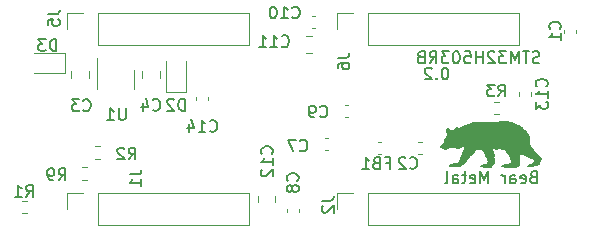
<source format=gbr>
%TF.GenerationSoftware,KiCad,Pcbnew,7.0.2*%
%TF.CreationDate,2023-05-12T00:45:21-04:00*%
%TF.ProjectId,H503-0.2,48353033-2d30-42e3-922e-6b696361645f,rev?*%
%TF.SameCoordinates,Original*%
%TF.FileFunction,Legend,Bot*%
%TF.FilePolarity,Positive*%
%FSLAX46Y46*%
G04 Gerber Fmt 4.6, Leading zero omitted, Abs format (unit mm)*
G04 Created by KiCad (PCBNEW 7.0.2) date 2023-05-12 00:45:21*
%MOMM*%
%LPD*%
G01*
G04 APERTURE LIST*
%ADD10C,0.150000*%
%ADD11C,0.120000*%
G04 APERTURE END LIST*
D10*
X104346428Y-51527619D02*
X104251190Y-51527619D01*
X104251190Y-51527619D02*
X104155952Y-51575238D01*
X104155952Y-51575238D02*
X104108333Y-51622857D01*
X104108333Y-51622857D02*
X104060714Y-51718095D01*
X104060714Y-51718095D02*
X104013095Y-51908571D01*
X104013095Y-51908571D02*
X104013095Y-52146666D01*
X104013095Y-52146666D02*
X104060714Y-52337142D01*
X104060714Y-52337142D02*
X104108333Y-52432380D01*
X104108333Y-52432380D02*
X104155952Y-52480000D01*
X104155952Y-52480000D02*
X104251190Y-52527619D01*
X104251190Y-52527619D02*
X104346428Y-52527619D01*
X104346428Y-52527619D02*
X104441666Y-52480000D01*
X104441666Y-52480000D02*
X104489285Y-52432380D01*
X104489285Y-52432380D02*
X104536904Y-52337142D01*
X104536904Y-52337142D02*
X104584523Y-52146666D01*
X104584523Y-52146666D02*
X104584523Y-51908571D01*
X104584523Y-51908571D02*
X104536904Y-51718095D01*
X104536904Y-51718095D02*
X104489285Y-51622857D01*
X104489285Y-51622857D02*
X104441666Y-51575238D01*
X104441666Y-51575238D02*
X104346428Y-51527619D01*
X103584523Y-52432380D02*
X103536904Y-52480000D01*
X103536904Y-52480000D02*
X103584523Y-52527619D01*
X103584523Y-52527619D02*
X103632142Y-52480000D01*
X103632142Y-52480000D02*
X103584523Y-52432380D01*
X103584523Y-52432380D02*
X103584523Y-52527619D01*
X103155952Y-51622857D02*
X103108333Y-51575238D01*
X103108333Y-51575238D02*
X103013095Y-51527619D01*
X103013095Y-51527619D02*
X102775000Y-51527619D01*
X102775000Y-51527619D02*
X102679762Y-51575238D01*
X102679762Y-51575238D02*
X102632143Y-51622857D01*
X102632143Y-51622857D02*
X102584524Y-51718095D01*
X102584524Y-51718095D02*
X102584524Y-51813333D01*
X102584524Y-51813333D02*
X102632143Y-51956190D01*
X102632143Y-51956190D02*
X103203571Y-52527619D01*
X103203571Y-52527619D02*
X102584524Y-52527619D01*
X112289523Y-51090000D02*
X112146666Y-51137619D01*
X112146666Y-51137619D02*
X111908571Y-51137619D01*
X111908571Y-51137619D02*
X111813333Y-51090000D01*
X111813333Y-51090000D02*
X111765714Y-51042380D01*
X111765714Y-51042380D02*
X111718095Y-50947142D01*
X111718095Y-50947142D02*
X111718095Y-50851904D01*
X111718095Y-50851904D02*
X111765714Y-50756666D01*
X111765714Y-50756666D02*
X111813333Y-50709047D01*
X111813333Y-50709047D02*
X111908571Y-50661428D01*
X111908571Y-50661428D02*
X112099047Y-50613809D01*
X112099047Y-50613809D02*
X112194285Y-50566190D01*
X112194285Y-50566190D02*
X112241904Y-50518571D01*
X112241904Y-50518571D02*
X112289523Y-50423333D01*
X112289523Y-50423333D02*
X112289523Y-50328095D01*
X112289523Y-50328095D02*
X112241904Y-50232857D01*
X112241904Y-50232857D02*
X112194285Y-50185238D01*
X112194285Y-50185238D02*
X112099047Y-50137619D01*
X112099047Y-50137619D02*
X111860952Y-50137619D01*
X111860952Y-50137619D02*
X111718095Y-50185238D01*
X111432380Y-50137619D02*
X110860952Y-50137619D01*
X111146666Y-51137619D02*
X111146666Y-50137619D01*
X110527618Y-51137619D02*
X110527618Y-50137619D01*
X110527618Y-50137619D02*
X110194285Y-50851904D01*
X110194285Y-50851904D02*
X109860952Y-50137619D01*
X109860952Y-50137619D02*
X109860952Y-51137619D01*
X109479999Y-50137619D02*
X108860952Y-50137619D01*
X108860952Y-50137619D02*
X109194285Y-50518571D01*
X109194285Y-50518571D02*
X109051428Y-50518571D01*
X109051428Y-50518571D02*
X108956190Y-50566190D01*
X108956190Y-50566190D02*
X108908571Y-50613809D01*
X108908571Y-50613809D02*
X108860952Y-50709047D01*
X108860952Y-50709047D02*
X108860952Y-50947142D01*
X108860952Y-50947142D02*
X108908571Y-51042380D01*
X108908571Y-51042380D02*
X108956190Y-51090000D01*
X108956190Y-51090000D02*
X109051428Y-51137619D01*
X109051428Y-51137619D02*
X109337142Y-51137619D01*
X109337142Y-51137619D02*
X109432380Y-51090000D01*
X109432380Y-51090000D02*
X109479999Y-51042380D01*
X108479999Y-50232857D02*
X108432380Y-50185238D01*
X108432380Y-50185238D02*
X108337142Y-50137619D01*
X108337142Y-50137619D02*
X108099047Y-50137619D01*
X108099047Y-50137619D02*
X108003809Y-50185238D01*
X108003809Y-50185238D02*
X107956190Y-50232857D01*
X107956190Y-50232857D02*
X107908571Y-50328095D01*
X107908571Y-50328095D02*
X107908571Y-50423333D01*
X107908571Y-50423333D02*
X107956190Y-50566190D01*
X107956190Y-50566190D02*
X108527618Y-51137619D01*
X108527618Y-51137619D02*
X107908571Y-51137619D01*
X107479999Y-51137619D02*
X107479999Y-50137619D01*
X107479999Y-50613809D02*
X106908571Y-50613809D01*
X106908571Y-51137619D02*
X106908571Y-50137619D01*
X105956190Y-50137619D02*
X106432380Y-50137619D01*
X106432380Y-50137619D02*
X106479999Y-50613809D01*
X106479999Y-50613809D02*
X106432380Y-50566190D01*
X106432380Y-50566190D02*
X106337142Y-50518571D01*
X106337142Y-50518571D02*
X106099047Y-50518571D01*
X106099047Y-50518571D02*
X106003809Y-50566190D01*
X106003809Y-50566190D02*
X105956190Y-50613809D01*
X105956190Y-50613809D02*
X105908571Y-50709047D01*
X105908571Y-50709047D02*
X105908571Y-50947142D01*
X105908571Y-50947142D02*
X105956190Y-51042380D01*
X105956190Y-51042380D02*
X106003809Y-51090000D01*
X106003809Y-51090000D02*
X106099047Y-51137619D01*
X106099047Y-51137619D02*
X106337142Y-51137619D01*
X106337142Y-51137619D02*
X106432380Y-51090000D01*
X106432380Y-51090000D02*
X106479999Y-51042380D01*
X105289523Y-50137619D02*
X105194285Y-50137619D01*
X105194285Y-50137619D02*
X105099047Y-50185238D01*
X105099047Y-50185238D02*
X105051428Y-50232857D01*
X105051428Y-50232857D02*
X105003809Y-50328095D01*
X105003809Y-50328095D02*
X104956190Y-50518571D01*
X104956190Y-50518571D02*
X104956190Y-50756666D01*
X104956190Y-50756666D02*
X105003809Y-50947142D01*
X105003809Y-50947142D02*
X105051428Y-51042380D01*
X105051428Y-51042380D02*
X105099047Y-51090000D01*
X105099047Y-51090000D02*
X105194285Y-51137619D01*
X105194285Y-51137619D02*
X105289523Y-51137619D01*
X105289523Y-51137619D02*
X105384761Y-51090000D01*
X105384761Y-51090000D02*
X105432380Y-51042380D01*
X105432380Y-51042380D02*
X105479999Y-50947142D01*
X105479999Y-50947142D02*
X105527618Y-50756666D01*
X105527618Y-50756666D02*
X105527618Y-50518571D01*
X105527618Y-50518571D02*
X105479999Y-50328095D01*
X105479999Y-50328095D02*
X105432380Y-50232857D01*
X105432380Y-50232857D02*
X105384761Y-50185238D01*
X105384761Y-50185238D02*
X105289523Y-50137619D01*
X104622856Y-50137619D02*
X104003809Y-50137619D01*
X104003809Y-50137619D02*
X104337142Y-50518571D01*
X104337142Y-50518571D02*
X104194285Y-50518571D01*
X104194285Y-50518571D02*
X104099047Y-50566190D01*
X104099047Y-50566190D02*
X104051428Y-50613809D01*
X104051428Y-50613809D02*
X104003809Y-50709047D01*
X104003809Y-50709047D02*
X104003809Y-50947142D01*
X104003809Y-50947142D02*
X104051428Y-51042380D01*
X104051428Y-51042380D02*
X104099047Y-51090000D01*
X104099047Y-51090000D02*
X104194285Y-51137619D01*
X104194285Y-51137619D02*
X104479999Y-51137619D01*
X104479999Y-51137619D02*
X104575237Y-51090000D01*
X104575237Y-51090000D02*
X104622856Y-51042380D01*
X103003809Y-51137619D02*
X103337142Y-50661428D01*
X103575237Y-51137619D02*
X103575237Y-50137619D01*
X103575237Y-50137619D02*
X103194285Y-50137619D01*
X103194285Y-50137619D02*
X103099047Y-50185238D01*
X103099047Y-50185238D02*
X103051428Y-50232857D01*
X103051428Y-50232857D02*
X103003809Y-50328095D01*
X103003809Y-50328095D02*
X103003809Y-50470952D01*
X103003809Y-50470952D02*
X103051428Y-50566190D01*
X103051428Y-50566190D02*
X103099047Y-50613809D01*
X103099047Y-50613809D02*
X103194285Y-50661428D01*
X103194285Y-50661428D02*
X103575237Y-50661428D01*
X102241904Y-50613809D02*
X102099047Y-50661428D01*
X102099047Y-50661428D02*
X102051428Y-50709047D01*
X102051428Y-50709047D02*
X102003809Y-50804285D01*
X102003809Y-50804285D02*
X102003809Y-50947142D01*
X102003809Y-50947142D02*
X102051428Y-51042380D01*
X102051428Y-51042380D02*
X102099047Y-51090000D01*
X102099047Y-51090000D02*
X102194285Y-51137619D01*
X102194285Y-51137619D02*
X102575237Y-51137619D01*
X102575237Y-51137619D02*
X102575237Y-50137619D01*
X102575237Y-50137619D02*
X102241904Y-50137619D01*
X102241904Y-50137619D02*
X102146666Y-50185238D01*
X102146666Y-50185238D02*
X102099047Y-50232857D01*
X102099047Y-50232857D02*
X102051428Y-50328095D01*
X102051428Y-50328095D02*
X102051428Y-50423333D01*
X102051428Y-50423333D02*
X102099047Y-50518571D01*
X102099047Y-50518571D02*
X102146666Y-50566190D01*
X102146666Y-50566190D02*
X102241904Y-50613809D01*
X102241904Y-50613809D02*
X102575237Y-50613809D01*
X111768571Y-60773809D02*
X111625714Y-60821428D01*
X111625714Y-60821428D02*
X111578095Y-60869047D01*
X111578095Y-60869047D02*
X111530476Y-60964285D01*
X111530476Y-60964285D02*
X111530476Y-61107142D01*
X111530476Y-61107142D02*
X111578095Y-61202380D01*
X111578095Y-61202380D02*
X111625714Y-61250000D01*
X111625714Y-61250000D02*
X111720952Y-61297619D01*
X111720952Y-61297619D02*
X112101904Y-61297619D01*
X112101904Y-61297619D02*
X112101904Y-60297619D01*
X112101904Y-60297619D02*
X111768571Y-60297619D01*
X111768571Y-60297619D02*
X111673333Y-60345238D01*
X111673333Y-60345238D02*
X111625714Y-60392857D01*
X111625714Y-60392857D02*
X111578095Y-60488095D01*
X111578095Y-60488095D02*
X111578095Y-60583333D01*
X111578095Y-60583333D02*
X111625714Y-60678571D01*
X111625714Y-60678571D02*
X111673333Y-60726190D01*
X111673333Y-60726190D02*
X111768571Y-60773809D01*
X111768571Y-60773809D02*
X112101904Y-60773809D01*
X110720952Y-61250000D02*
X110816190Y-61297619D01*
X110816190Y-61297619D02*
X111006666Y-61297619D01*
X111006666Y-61297619D02*
X111101904Y-61250000D01*
X111101904Y-61250000D02*
X111149523Y-61154761D01*
X111149523Y-61154761D02*
X111149523Y-60773809D01*
X111149523Y-60773809D02*
X111101904Y-60678571D01*
X111101904Y-60678571D02*
X111006666Y-60630952D01*
X111006666Y-60630952D02*
X110816190Y-60630952D01*
X110816190Y-60630952D02*
X110720952Y-60678571D01*
X110720952Y-60678571D02*
X110673333Y-60773809D01*
X110673333Y-60773809D02*
X110673333Y-60869047D01*
X110673333Y-60869047D02*
X111149523Y-60964285D01*
X109816190Y-61297619D02*
X109816190Y-60773809D01*
X109816190Y-60773809D02*
X109863809Y-60678571D01*
X109863809Y-60678571D02*
X109959047Y-60630952D01*
X109959047Y-60630952D02*
X110149523Y-60630952D01*
X110149523Y-60630952D02*
X110244761Y-60678571D01*
X109816190Y-61250000D02*
X109911428Y-61297619D01*
X109911428Y-61297619D02*
X110149523Y-61297619D01*
X110149523Y-61297619D02*
X110244761Y-61250000D01*
X110244761Y-61250000D02*
X110292380Y-61154761D01*
X110292380Y-61154761D02*
X110292380Y-61059523D01*
X110292380Y-61059523D02*
X110244761Y-60964285D01*
X110244761Y-60964285D02*
X110149523Y-60916666D01*
X110149523Y-60916666D02*
X109911428Y-60916666D01*
X109911428Y-60916666D02*
X109816190Y-60869047D01*
X109339999Y-61297619D02*
X109339999Y-60630952D01*
X109339999Y-60821428D02*
X109292380Y-60726190D01*
X109292380Y-60726190D02*
X109244761Y-60678571D01*
X109244761Y-60678571D02*
X109149523Y-60630952D01*
X109149523Y-60630952D02*
X109054285Y-60630952D01*
X107959046Y-61297619D02*
X107959046Y-60297619D01*
X107959046Y-60297619D02*
X107625713Y-61011904D01*
X107625713Y-61011904D02*
X107292380Y-60297619D01*
X107292380Y-60297619D02*
X107292380Y-61297619D01*
X106435237Y-61250000D02*
X106530475Y-61297619D01*
X106530475Y-61297619D02*
X106720951Y-61297619D01*
X106720951Y-61297619D02*
X106816189Y-61250000D01*
X106816189Y-61250000D02*
X106863808Y-61154761D01*
X106863808Y-61154761D02*
X106863808Y-60773809D01*
X106863808Y-60773809D02*
X106816189Y-60678571D01*
X106816189Y-60678571D02*
X106720951Y-60630952D01*
X106720951Y-60630952D02*
X106530475Y-60630952D01*
X106530475Y-60630952D02*
X106435237Y-60678571D01*
X106435237Y-60678571D02*
X106387618Y-60773809D01*
X106387618Y-60773809D02*
X106387618Y-60869047D01*
X106387618Y-60869047D02*
X106863808Y-60964285D01*
X106101903Y-60630952D02*
X105720951Y-60630952D01*
X105959046Y-60297619D02*
X105959046Y-61154761D01*
X105959046Y-61154761D02*
X105911427Y-61250000D01*
X105911427Y-61250000D02*
X105816189Y-61297619D01*
X105816189Y-61297619D02*
X105720951Y-61297619D01*
X104959046Y-61297619D02*
X104959046Y-60773809D01*
X104959046Y-60773809D02*
X105006665Y-60678571D01*
X105006665Y-60678571D02*
X105101903Y-60630952D01*
X105101903Y-60630952D02*
X105292379Y-60630952D01*
X105292379Y-60630952D02*
X105387617Y-60678571D01*
X104959046Y-61250000D02*
X105054284Y-61297619D01*
X105054284Y-61297619D02*
X105292379Y-61297619D01*
X105292379Y-61297619D02*
X105387617Y-61250000D01*
X105387617Y-61250000D02*
X105435236Y-61154761D01*
X105435236Y-61154761D02*
X105435236Y-61059523D01*
X105435236Y-61059523D02*
X105387617Y-60964285D01*
X105387617Y-60964285D02*
X105292379Y-60916666D01*
X105292379Y-60916666D02*
X105054284Y-60916666D01*
X105054284Y-60916666D02*
X104959046Y-60869047D01*
X104339998Y-61297619D02*
X104435236Y-61250000D01*
X104435236Y-61250000D02*
X104482855Y-61154761D01*
X104482855Y-61154761D02*
X104482855Y-60297619D01*
%TO.C,C10*%
X91367857Y-47267380D02*
X91415476Y-47315000D01*
X91415476Y-47315000D02*
X91558333Y-47362619D01*
X91558333Y-47362619D02*
X91653571Y-47362619D01*
X91653571Y-47362619D02*
X91796428Y-47315000D01*
X91796428Y-47315000D02*
X91891666Y-47219761D01*
X91891666Y-47219761D02*
X91939285Y-47124523D01*
X91939285Y-47124523D02*
X91986904Y-46934047D01*
X91986904Y-46934047D02*
X91986904Y-46791190D01*
X91986904Y-46791190D02*
X91939285Y-46600714D01*
X91939285Y-46600714D02*
X91891666Y-46505476D01*
X91891666Y-46505476D02*
X91796428Y-46410238D01*
X91796428Y-46410238D02*
X91653571Y-46362619D01*
X91653571Y-46362619D02*
X91558333Y-46362619D01*
X91558333Y-46362619D02*
X91415476Y-46410238D01*
X91415476Y-46410238D02*
X91367857Y-46457857D01*
X90415476Y-47362619D02*
X90986904Y-47362619D01*
X90701190Y-47362619D02*
X90701190Y-46362619D01*
X90701190Y-46362619D02*
X90796428Y-46505476D01*
X90796428Y-46505476D02*
X90891666Y-46600714D01*
X90891666Y-46600714D02*
X90986904Y-46648333D01*
X89796428Y-46362619D02*
X89701190Y-46362619D01*
X89701190Y-46362619D02*
X89605952Y-46410238D01*
X89605952Y-46410238D02*
X89558333Y-46457857D01*
X89558333Y-46457857D02*
X89510714Y-46553095D01*
X89510714Y-46553095D02*
X89463095Y-46743571D01*
X89463095Y-46743571D02*
X89463095Y-46981666D01*
X89463095Y-46981666D02*
X89510714Y-47172142D01*
X89510714Y-47172142D02*
X89558333Y-47267380D01*
X89558333Y-47267380D02*
X89605952Y-47315000D01*
X89605952Y-47315000D02*
X89701190Y-47362619D01*
X89701190Y-47362619D02*
X89796428Y-47362619D01*
X89796428Y-47362619D02*
X89891666Y-47315000D01*
X89891666Y-47315000D02*
X89939285Y-47267380D01*
X89939285Y-47267380D02*
X89986904Y-47172142D01*
X89986904Y-47172142D02*
X90034523Y-46981666D01*
X90034523Y-46981666D02*
X90034523Y-46743571D01*
X90034523Y-46743571D02*
X89986904Y-46553095D01*
X89986904Y-46553095D02*
X89939285Y-46457857D01*
X89939285Y-46457857D02*
X89891666Y-46410238D01*
X89891666Y-46410238D02*
X89796428Y-46362619D01*
%TO.C,U1*%
X77261904Y-54962619D02*
X77261904Y-55772142D01*
X77261904Y-55772142D02*
X77214285Y-55867380D01*
X77214285Y-55867380D02*
X77166666Y-55915000D01*
X77166666Y-55915000D02*
X77071428Y-55962619D01*
X77071428Y-55962619D02*
X76880952Y-55962619D01*
X76880952Y-55962619D02*
X76785714Y-55915000D01*
X76785714Y-55915000D02*
X76738095Y-55867380D01*
X76738095Y-55867380D02*
X76690476Y-55772142D01*
X76690476Y-55772142D02*
X76690476Y-54962619D01*
X75690476Y-55962619D02*
X76261904Y-55962619D01*
X75976190Y-55962619D02*
X75976190Y-54962619D01*
X75976190Y-54962619D02*
X76071428Y-55105476D01*
X76071428Y-55105476D02*
X76166666Y-55200714D01*
X76166666Y-55200714D02*
X76261904Y-55248333D01*
%TO.C,C14*%
X84392857Y-56867380D02*
X84440476Y-56915000D01*
X84440476Y-56915000D02*
X84583333Y-56962619D01*
X84583333Y-56962619D02*
X84678571Y-56962619D01*
X84678571Y-56962619D02*
X84821428Y-56915000D01*
X84821428Y-56915000D02*
X84916666Y-56819761D01*
X84916666Y-56819761D02*
X84964285Y-56724523D01*
X84964285Y-56724523D02*
X85011904Y-56534047D01*
X85011904Y-56534047D02*
X85011904Y-56391190D01*
X85011904Y-56391190D02*
X84964285Y-56200714D01*
X84964285Y-56200714D02*
X84916666Y-56105476D01*
X84916666Y-56105476D02*
X84821428Y-56010238D01*
X84821428Y-56010238D02*
X84678571Y-55962619D01*
X84678571Y-55962619D02*
X84583333Y-55962619D01*
X84583333Y-55962619D02*
X84440476Y-56010238D01*
X84440476Y-56010238D02*
X84392857Y-56057857D01*
X83440476Y-56962619D02*
X84011904Y-56962619D01*
X83726190Y-56962619D02*
X83726190Y-55962619D01*
X83726190Y-55962619D02*
X83821428Y-56105476D01*
X83821428Y-56105476D02*
X83916666Y-56200714D01*
X83916666Y-56200714D02*
X84011904Y-56248333D01*
X82583333Y-56295952D02*
X82583333Y-56962619D01*
X82821428Y-55915000D02*
X83059523Y-56629285D01*
X83059523Y-56629285D02*
X82440476Y-56629285D01*
%TO.C,R1*%
X68841666Y-62462619D02*
X69174999Y-61986428D01*
X69413094Y-62462619D02*
X69413094Y-61462619D01*
X69413094Y-61462619D02*
X69032142Y-61462619D01*
X69032142Y-61462619D02*
X68936904Y-61510238D01*
X68936904Y-61510238D02*
X68889285Y-61557857D01*
X68889285Y-61557857D02*
X68841666Y-61653095D01*
X68841666Y-61653095D02*
X68841666Y-61795952D01*
X68841666Y-61795952D02*
X68889285Y-61891190D01*
X68889285Y-61891190D02*
X68936904Y-61938809D01*
X68936904Y-61938809D02*
X69032142Y-61986428D01*
X69032142Y-61986428D02*
X69413094Y-61986428D01*
X67889285Y-62462619D02*
X68460713Y-62462619D01*
X68174999Y-62462619D02*
X68174999Y-61462619D01*
X68174999Y-61462619D02*
X68270237Y-61605476D01*
X68270237Y-61605476D02*
X68365475Y-61700714D01*
X68365475Y-61700714D02*
X68460713Y-61748333D01*
%TO.C,C1*%
X114006980Y-48245733D02*
X114054600Y-48198114D01*
X114054600Y-48198114D02*
X114102219Y-48055257D01*
X114102219Y-48055257D02*
X114102219Y-47960019D01*
X114102219Y-47960019D02*
X114054600Y-47817162D01*
X114054600Y-47817162D02*
X113959361Y-47721924D01*
X113959361Y-47721924D02*
X113864123Y-47674305D01*
X113864123Y-47674305D02*
X113673647Y-47626686D01*
X113673647Y-47626686D02*
X113530790Y-47626686D01*
X113530790Y-47626686D02*
X113340314Y-47674305D01*
X113340314Y-47674305D02*
X113245076Y-47721924D01*
X113245076Y-47721924D02*
X113149838Y-47817162D01*
X113149838Y-47817162D02*
X113102219Y-47960019D01*
X113102219Y-47960019D02*
X113102219Y-48055257D01*
X113102219Y-48055257D02*
X113149838Y-48198114D01*
X113149838Y-48198114D02*
X113197457Y-48245733D01*
X114102219Y-49198114D02*
X114102219Y-48626686D01*
X114102219Y-48912400D02*
X113102219Y-48912400D01*
X113102219Y-48912400D02*
X113245076Y-48817162D01*
X113245076Y-48817162D02*
X113340314Y-48721924D01*
X113340314Y-48721924D02*
X113387933Y-48626686D01*
%TO.C,C9*%
X93716666Y-55647380D02*
X93764285Y-55695000D01*
X93764285Y-55695000D02*
X93907142Y-55742619D01*
X93907142Y-55742619D02*
X94002380Y-55742619D01*
X94002380Y-55742619D02*
X94145237Y-55695000D01*
X94145237Y-55695000D02*
X94240475Y-55599761D01*
X94240475Y-55599761D02*
X94288094Y-55504523D01*
X94288094Y-55504523D02*
X94335713Y-55314047D01*
X94335713Y-55314047D02*
X94335713Y-55171190D01*
X94335713Y-55171190D02*
X94288094Y-54980714D01*
X94288094Y-54980714D02*
X94240475Y-54885476D01*
X94240475Y-54885476D02*
X94145237Y-54790238D01*
X94145237Y-54790238D02*
X94002380Y-54742619D01*
X94002380Y-54742619D02*
X93907142Y-54742619D01*
X93907142Y-54742619D02*
X93764285Y-54790238D01*
X93764285Y-54790238D02*
X93716666Y-54837857D01*
X93240475Y-55742619D02*
X93049999Y-55742619D01*
X93049999Y-55742619D02*
X92954761Y-55695000D01*
X92954761Y-55695000D02*
X92907142Y-55647380D01*
X92907142Y-55647380D02*
X92811904Y-55504523D01*
X92811904Y-55504523D02*
X92764285Y-55314047D01*
X92764285Y-55314047D02*
X92764285Y-54933095D01*
X92764285Y-54933095D02*
X92811904Y-54837857D01*
X92811904Y-54837857D02*
X92859523Y-54790238D01*
X92859523Y-54790238D02*
X92954761Y-54742619D01*
X92954761Y-54742619D02*
X93145237Y-54742619D01*
X93145237Y-54742619D02*
X93240475Y-54790238D01*
X93240475Y-54790238D02*
X93288094Y-54837857D01*
X93288094Y-54837857D02*
X93335713Y-54933095D01*
X93335713Y-54933095D02*
X93335713Y-55171190D01*
X93335713Y-55171190D02*
X93288094Y-55266428D01*
X93288094Y-55266428D02*
X93240475Y-55314047D01*
X93240475Y-55314047D02*
X93145237Y-55361666D01*
X93145237Y-55361666D02*
X92954761Y-55361666D01*
X92954761Y-55361666D02*
X92859523Y-55314047D01*
X92859523Y-55314047D02*
X92811904Y-55266428D01*
X92811904Y-55266428D02*
X92764285Y-55171190D01*
%TO.C,R2*%
X77516666Y-59287619D02*
X77849999Y-58811428D01*
X78088094Y-59287619D02*
X78088094Y-58287619D01*
X78088094Y-58287619D02*
X77707142Y-58287619D01*
X77707142Y-58287619D02*
X77611904Y-58335238D01*
X77611904Y-58335238D02*
X77564285Y-58382857D01*
X77564285Y-58382857D02*
X77516666Y-58478095D01*
X77516666Y-58478095D02*
X77516666Y-58620952D01*
X77516666Y-58620952D02*
X77564285Y-58716190D01*
X77564285Y-58716190D02*
X77611904Y-58763809D01*
X77611904Y-58763809D02*
X77707142Y-58811428D01*
X77707142Y-58811428D02*
X78088094Y-58811428D01*
X77135713Y-58382857D02*
X77088094Y-58335238D01*
X77088094Y-58335238D02*
X76992856Y-58287619D01*
X76992856Y-58287619D02*
X76754761Y-58287619D01*
X76754761Y-58287619D02*
X76659523Y-58335238D01*
X76659523Y-58335238D02*
X76611904Y-58382857D01*
X76611904Y-58382857D02*
X76564285Y-58478095D01*
X76564285Y-58478095D02*
X76564285Y-58573333D01*
X76564285Y-58573333D02*
X76611904Y-58716190D01*
X76611904Y-58716190D02*
X77183332Y-59287619D01*
X77183332Y-59287619D02*
X76564285Y-59287619D01*
%TO.C,J1*%
X77592619Y-60546666D02*
X78306904Y-60546666D01*
X78306904Y-60546666D02*
X78449761Y-60499047D01*
X78449761Y-60499047D02*
X78545000Y-60403809D01*
X78545000Y-60403809D02*
X78592619Y-60260952D01*
X78592619Y-60260952D02*
X78592619Y-60165714D01*
X78592619Y-61546666D02*
X78592619Y-60975238D01*
X78592619Y-61260952D02*
X77592619Y-61260952D01*
X77592619Y-61260952D02*
X77735476Y-61165714D01*
X77735476Y-61165714D02*
X77830714Y-61070476D01*
X77830714Y-61070476D02*
X77878333Y-60975238D01*
%TO.C,FB1*%
X99333333Y-59588809D02*
X99666666Y-59588809D01*
X99666666Y-60112619D02*
X99666666Y-59112619D01*
X99666666Y-59112619D02*
X99190476Y-59112619D01*
X98476190Y-59588809D02*
X98333333Y-59636428D01*
X98333333Y-59636428D02*
X98285714Y-59684047D01*
X98285714Y-59684047D02*
X98238095Y-59779285D01*
X98238095Y-59779285D02*
X98238095Y-59922142D01*
X98238095Y-59922142D02*
X98285714Y-60017380D01*
X98285714Y-60017380D02*
X98333333Y-60065000D01*
X98333333Y-60065000D02*
X98428571Y-60112619D01*
X98428571Y-60112619D02*
X98809523Y-60112619D01*
X98809523Y-60112619D02*
X98809523Y-59112619D01*
X98809523Y-59112619D02*
X98476190Y-59112619D01*
X98476190Y-59112619D02*
X98380952Y-59160238D01*
X98380952Y-59160238D02*
X98333333Y-59207857D01*
X98333333Y-59207857D02*
X98285714Y-59303095D01*
X98285714Y-59303095D02*
X98285714Y-59398333D01*
X98285714Y-59398333D02*
X98333333Y-59493571D01*
X98333333Y-59493571D02*
X98380952Y-59541190D01*
X98380952Y-59541190D02*
X98476190Y-59588809D01*
X98476190Y-59588809D02*
X98809523Y-59588809D01*
X97285714Y-60112619D02*
X97857142Y-60112619D01*
X97571428Y-60112619D02*
X97571428Y-59112619D01*
X97571428Y-59112619D02*
X97666666Y-59255476D01*
X97666666Y-59255476D02*
X97761904Y-59350714D01*
X97761904Y-59350714D02*
X97857142Y-59398333D01*
%TO.C,J2*%
X93862619Y-62791666D02*
X94576904Y-62791666D01*
X94576904Y-62791666D02*
X94719761Y-62744047D01*
X94719761Y-62744047D02*
X94815000Y-62648809D01*
X94815000Y-62648809D02*
X94862619Y-62505952D01*
X94862619Y-62505952D02*
X94862619Y-62410714D01*
X93957857Y-63220238D02*
X93910238Y-63267857D01*
X93910238Y-63267857D02*
X93862619Y-63363095D01*
X93862619Y-63363095D02*
X93862619Y-63601190D01*
X93862619Y-63601190D02*
X93910238Y-63696428D01*
X93910238Y-63696428D02*
X93957857Y-63744047D01*
X93957857Y-63744047D02*
X94053095Y-63791666D01*
X94053095Y-63791666D02*
X94148333Y-63791666D01*
X94148333Y-63791666D02*
X94291190Y-63744047D01*
X94291190Y-63744047D02*
X94862619Y-63172619D01*
X94862619Y-63172619D02*
X94862619Y-63791666D01*
%TO.C,D2*%
X82288094Y-55162619D02*
X82288094Y-54162619D01*
X82288094Y-54162619D02*
X82049999Y-54162619D01*
X82049999Y-54162619D02*
X81907142Y-54210238D01*
X81907142Y-54210238D02*
X81811904Y-54305476D01*
X81811904Y-54305476D02*
X81764285Y-54400714D01*
X81764285Y-54400714D02*
X81716666Y-54591190D01*
X81716666Y-54591190D02*
X81716666Y-54734047D01*
X81716666Y-54734047D02*
X81764285Y-54924523D01*
X81764285Y-54924523D02*
X81811904Y-55019761D01*
X81811904Y-55019761D02*
X81907142Y-55115000D01*
X81907142Y-55115000D02*
X82049999Y-55162619D01*
X82049999Y-55162619D02*
X82288094Y-55162619D01*
X81335713Y-54257857D02*
X81288094Y-54210238D01*
X81288094Y-54210238D02*
X81192856Y-54162619D01*
X81192856Y-54162619D02*
X80954761Y-54162619D01*
X80954761Y-54162619D02*
X80859523Y-54210238D01*
X80859523Y-54210238D02*
X80811904Y-54257857D01*
X80811904Y-54257857D02*
X80764285Y-54353095D01*
X80764285Y-54353095D02*
X80764285Y-54448333D01*
X80764285Y-54448333D02*
X80811904Y-54591190D01*
X80811904Y-54591190D02*
X81383332Y-55162619D01*
X81383332Y-55162619D02*
X80764285Y-55162619D01*
%TO.C,J6*%
X95202619Y-50666666D02*
X95916904Y-50666666D01*
X95916904Y-50666666D02*
X96059761Y-50619047D01*
X96059761Y-50619047D02*
X96155000Y-50523809D01*
X96155000Y-50523809D02*
X96202619Y-50380952D01*
X96202619Y-50380952D02*
X96202619Y-50285714D01*
X95202619Y-51571428D02*
X95202619Y-51380952D01*
X95202619Y-51380952D02*
X95250238Y-51285714D01*
X95250238Y-51285714D02*
X95297857Y-51238095D01*
X95297857Y-51238095D02*
X95440714Y-51142857D01*
X95440714Y-51142857D02*
X95631190Y-51095238D01*
X95631190Y-51095238D02*
X96012142Y-51095238D01*
X96012142Y-51095238D02*
X96107380Y-51142857D01*
X96107380Y-51142857D02*
X96155000Y-51190476D01*
X96155000Y-51190476D02*
X96202619Y-51285714D01*
X96202619Y-51285714D02*
X96202619Y-51476190D01*
X96202619Y-51476190D02*
X96155000Y-51571428D01*
X96155000Y-51571428D02*
X96107380Y-51619047D01*
X96107380Y-51619047D02*
X96012142Y-51666666D01*
X96012142Y-51666666D02*
X95774047Y-51666666D01*
X95774047Y-51666666D02*
X95678809Y-51619047D01*
X95678809Y-51619047D02*
X95631190Y-51571428D01*
X95631190Y-51571428D02*
X95583571Y-51476190D01*
X95583571Y-51476190D02*
X95583571Y-51285714D01*
X95583571Y-51285714D02*
X95631190Y-51190476D01*
X95631190Y-51190476D02*
X95678809Y-51142857D01*
X95678809Y-51142857D02*
X95774047Y-51095238D01*
%TO.C,J5*%
X70662619Y-46991666D02*
X71376904Y-46991666D01*
X71376904Y-46991666D02*
X71519761Y-46944047D01*
X71519761Y-46944047D02*
X71615000Y-46848809D01*
X71615000Y-46848809D02*
X71662619Y-46705952D01*
X71662619Y-46705952D02*
X71662619Y-46610714D01*
X70662619Y-47944047D02*
X70662619Y-47467857D01*
X70662619Y-47467857D02*
X71138809Y-47420238D01*
X71138809Y-47420238D02*
X71091190Y-47467857D01*
X71091190Y-47467857D02*
X71043571Y-47563095D01*
X71043571Y-47563095D02*
X71043571Y-47801190D01*
X71043571Y-47801190D02*
X71091190Y-47896428D01*
X71091190Y-47896428D02*
X71138809Y-47944047D01*
X71138809Y-47944047D02*
X71234047Y-47991666D01*
X71234047Y-47991666D02*
X71472142Y-47991666D01*
X71472142Y-47991666D02*
X71567380Y-47944047D01*
X71567380Y-47944047D02*
X71615000Y-47896428D01*
X71615000Y-47896428D02*
X71662619Y-47801190D01*
X71662619Y-47801190D02*
X71662619Y-47563095D01*
X71662619Y-47563095D02*
X71615000Y-47467857D01*
X71615000Y-47467857D02*
X71567380Y-47420238D01*
%TO.C,C11*%
X90467857Y-49692380D02*
X90515476Y-49740000D01*
X90515476Y-49740000D02*
X90658333Y-49787619D01*
X90658333Y-49787619D02*
X90753571Y-49787619D01*
X90753571Y-49787619D02*
X90896428Y-49740000D01*
X90896428Y-49740000D02*
X90991666Y-49644761D01*
X90991666Y-49644761D02*
X91039285Y-49549523D01*
X91039285Y-49549523D02*
X91086904Y-49359047D01*
X91086904Y-49359047D02*
X91086904Y-49216190D01*
X91086904Y-49216190D02*
X91039285Y-49025714D01*
X91039285Y-49025714D02*
X90991666Y-48930476D01*
X90991666Y-48930476D02*
X90896428Y-48835238D01*
X90896428Y-48835238D02*
X90753571Y-48787619D01*
X90753571Y-48787619D02*
X90658333Y-48787619D01*
X90658333Y-48787619D02*
X90515476Y-48835238D01*
X90515476Y-48835238D02*
X90467857Y-48882857D01*
X89515476Y-49787619D02*
X90086904Y-49787619D01*
X89801190Y-49787619D02*
X89801190Y-48787619D01*
X89801190Y-48787619D02*
X89896428Y-48930476D01*
X89896428Y-48930476D02*
X89991666Y-49025714D01*
X89991666Y-49025714D02*
X90086904Y-49073333D01*
X88563095Y-49787619D02*
X89134523Y-49787619D01*
X88848809Y-49787619D02*
X88848809Y-48787619D01*
X88848809Y-48787619D02*
X88944047Y-48930476D01*
X88944047Y-48930476D02*
X89039285Y-49025714D01*
X89039285Y-49025714D02*
X89134523Y-49073333D01*
%TO.C,R9*%
X71591666Y-61062619D02*
X71924999Y-60586428D01*
X72163094Y-61062619D02*
X72163094Y-60062619D01*
X72163094Y-60062619D02*
X71782142Y-60062619D01*
X71782142Y-60062619D02*
X71686904Y-60110238D01*
X71686904Y-60110238D02*
X71639285Y-60157857D01*
X71639285Y-60157857D02*
X71591666Y-60253095D01*
X71591666Y-60253095D02*
X71591666Y-60395952D01*
X71591666Y-60395952D02*
X71639285Y-60491190D01*
X71639285Y-60491190D02*
X71686904Y-60538809D01*
X71686904Y-60538809D02*
X71782142Y-60586428D01*
X71782142Y-60586428D02*
X72163094Y-60586428D01*
X71115475Y-61062619D02*
X70924999Y-61062619D01*
X70924999Y-61062619D02*
X70829761Y-61015000D01*
X70829761Y-61015000D02*
X70782142Y-60967380D01*
X70782142Y-60967380D02*
X70686904Y-60824523D01*
X70686904Y-60824523D02*
X70639285Y-60634047D01*
X70639285Y-60634047D02*
X70639285Y-60253095D01*
X70639285Y-60253095D02*
X70686904Y-60157857D01*
X70686904Y-60157857D02*
X70734523Y-60110238D01*
X70734523Y-60110238D02*
X70829761Y-60062619D01*
X70829761Y-60062619D02*
X71020237Y-60062619D01*
X71020237Y-60062619D02*
X71115475Y-60110238D01*
X71115475Y-60110238D02*
X71163094Y-60157857D01*
X71163094Y-60157857D02*
X71210713Y-60253095D01*
X71210713Y-60253095D02*
X71210713Y-60491190D01*
X71210713Y-60491190D02*
X71163094Y-60586428D01*
X71163094Y-60586428D02*
X71115475Y-60634047D01*
X71115475Y-60634047D02*
X71020237Y-60681666D01*
X71020237Y-60681666D02*
X70829761Y-60681666D01*
X70829761Y-60681666D02*
X70734523Y-60634047D01*
X70734523Y-60634047D02*
X70686904Y-60586428D01*
X70686904Y-60586428D02*
X70639285Y-60491190D01*
%TO.C,C8*%
X91807380Y-61098133D02*
X91855000Y-61050514D01*
X91855000Y-61050514D02*
X91902619Y-60907657D01*
X91902619Y-60907657D02*
X91902619Y-60812419D01*
X91902619Y-60812419D02*
X91855000Y-60669562D01*
X91855000Y-60669562D02*
X91759761Y-60574324D01*
X91759761Y-60574324D02*
X91664523Y-60526705D01*
X91664523Y-60526705D02*
X91474047Y-60479086D01*
X91474047Y-60479086D02*
X91331190Y-60479086D01*
X91331190Y-60479086D02*
X91140714Y-60526705D01*
X91140714Y-60526705D02*
X91045476Y-60574324D01*
X91045476Y-60574324D02*
X90950238Y-60669562D01*
X90950238Y-60669562D02*
X90902619Y-60812419D01*
X90902619Y-60812419D02*
X90902619Y-60907657D01*
X90902619Y-60907657D02*
X90950238Y-61050514D01*
X90950238Y-61050514D02*
X90997857Y-61098133D01*
X91331190Y-61669562D02*
X91283571Y-61574324D01*
X91283571Y-61574324D02*
X91235952Y-61526705D01*
X91235952Y-61526705D02*
X91140714Y-61479086D01*
X91140714Y-61479086D02*
X91093095Y-61479086D01*
X91093095Y-61479086D02*
X90997857Y-61526705D01*
X90997857Y-61526705D02*
X90950238Y-61574324D01*
X90950238Y-61574324D02*
X90902619Y-61669562D01*
X90902619Y-61669562D02*
X90902619Y-61860038D01*
X90902619Y-61860038D02*
X90950238Y-61955276D01*
X90950238Y-61955276D02*
X90997857Y-62002895D01*
X90997857Y-62002895D02*
X91093095Y-62050514D01*
X91093095Y-62050514D02*
X91140714Y-62050514D01*
X91140714Y-62050514D02*
X91235952Y-62002895D01*
X91235952Y-62002895D02*
X91283571Y-61955276D01*
X91283571Y-61955276D02*
X91331190Y-61860038D01*
X91331190Y-61860038D02*
X91331190Y-61669562D01*
X91331190Y-61669562D02*
X91378809Y-61574324D01*
X91378809Y-61574324D02*
X91426428Y-61526705D01*
X91426428Y-61526705D02*
X91521666Y-61479086D01*
X91521666Y-61479086D02*
X91712142Y-61479086D01*
X91712142Y-61479086D02*
X91807380Y-61526705D01*
X91807380Y-61526705D02*
X91855000Y-61574324D01*
X91855000Y-61574324D02*
X91902619Y-61669562D01*
X91902619Y-61669562D02*
X91902619Y-61860038D01*
X91902619Y-61860038D02*
X91855000Y-61955276D01*
X91855000Y-61955276D02*
X91807380Y-62002895D01*
X91807380Y-62002895D02*
X91712142Y-62050514D01*
X91712142Y-62050514D02*
X91521666Y-62050514D01*
X91521666Y-62050514D02*
X91426428Y-62002895D01*
X91426428Y-62002895D02*
X91378809Y-61955276D01*
X91378809Y-61955276D02*
X91331190Y-61860038D01*
%TO.C,C7*%
X92016666Y-58527380D02*
X92064285Y-58575000D01*
X92064285Y-58575000D02*
X92207142Y-58622619D01*
X92207142Y-58622619D02*
X92302380Y-58622619D01*
X92302380Y-58622619D02*
X92445237Y-58575000D01*
X92445237Y-58575000D02*
X92540475Y-58479761D01*
X92540475Y-58479761D02*
X92588094Y-58384523D01*
X92588094Y-58384523D02*
X92635713Y-58194047D01*
X92635713Y-58194047D02*
X92635713Y-58051190D01*
X92635713Y-58051190D02*
X92588094Y-57860714D01*
X92588094Y-57860714D02*
X92540475Y-57765476D01*
X92540475Y-57765476D02*
X92445237Y-57670238D01*
X92445237Y-57670238D02*
X92302380Y-57622619D01*
X92302380Y-57622619D02*
X92207142Y-57622619D01*
X92207142Y-57622619D02*
X92064285Y-57670238D01*
X92064285Y-57670238D02*
X92016666Y-57717857D01*
X91683332Y-57622619D02*
X91016666Y-57622619D01*
X91016666Y-57622619D02*
X91445237Y-58622619D01*
%TO.C,C12*%
X89617380Y-58817142D02*
X89665000Y-58769523D01*
X89665000Y-58769523D02*
X89712619Y-58626666D01*
X89712619Y-58626666D02*
X89712619Y-58531428D01*
X89712619Y-58531428D02*
X89665000Y-58388571D01*
X89665000Y-58388571D02*
X89569761Y-58293333D01*
X89569761Y-58293333D02*
X89474523Y-58245714D01*
X89474523Y-58245714D02*
X89284047Y-58198095D01*
X89284047Y-58198095D02*
X89141190Y-58198095D01*
X89141190Y-58198095D02*
X88950714Y-58245714D01*
X88950714Y-58245714D02*
X88855476Y-58293333D01*
X88855476Y-58293333D02*
X88760238Y-58388571D01*
X88760238Y-58388571D02*
X88712619Y-58531428D01*
X88712619Y-58531428D02*
X88712619Y-58626666D01*
X88712619Y-58626666D02*
X88760238Y-58769523D01*
X88760238Y-58769523D02*
X88807857Y-58817142D01*
X89712619Y-59769523D02*
X89712619Y-59198095D01*
X89712619Y-59483809D02*
X88712619Y-59483809D01*
X88712619Y-59483809D02*
X88855476Y-59388571D01*
X88855476Y-59388571D02*
X88950714Y-59293333D01*
X88950714Y-59293333D02*
X88998333Y-59198095D01*
X88807857Y-60150476D02*
X88760238Y-60198095D01*
X88760238Y-60198095D02*
X88712619Y-60293333D01*
X88712619Y-60293333D02*
X88712619Y-60531428D01*
X88712619Y-60531428D02*
X88760238Y-60626666D01*
X88760238Y-60626666D02*
X88807857Y-60674285D01*
X88807857Y-60674285D02*
X88903095Y-60721904D01*
X88903095Y-60721904D02*
X88998333Y-60721904D01*
X88998333Y-60721904D02*
X89141190Y-60674285D01*
X89141190Y-60674285D02*
X89712619Y-60102857D01*
X89712619Y-60102857D02*
X89712619Y-60721904D01*
%TO.C,C3*%
X73666666Y-55117380D02*
X73714285Y-55165000D01*
X73714285Y-55165000D02*
X73857142Y-55212619D01*
X73857142Y-55212619D02*
X73952380Y-55212619D01*
X73952380Y-55212619D02*
X74095237Y-55165000D01*
X74095237Y-55165000D02*
X74190475Y-55069761D01*
X74190475Y-55069761D02*
X74238094Y-54974523D01*
X74238094Y-54974523D02*
X74285713Y-54784047D01*
X74285713Y-54784047D02*
X74285713Y-54641190D01*
X74285713Y-54641190D02*
X74238094Y-54450714D01*
X74238094Y-54450714D02*
X74190475Y-54355476D01*
X74190475Y-54355476D02*
X74095237Y-54260238D01*
X74095237Y-54260238D02*
X73952380Y-54212619D01*
X73952380Y-54212619D02*
X73857142Y-54212619D01*
X73857142Y-54212619D02*
X73714285Y-54260238D01*
X73714285Y-54260238D02*
X73666666Y-54307857D01*
X73333332Y-54212619D02*
X72714285Y-54212619D01*
X72714285Y-54212619D02*
X73047618Y-54593571D01*
X73047618Y-54593571D02*
X72904761Y-54593571D01*
X72904761Y-54593571D02*
X72809523Y-54641190D01*
X72809523Y-54641190D02*
X72761904Y-54688809D01*
X72761904Y-54688809D02*
X72714285Y-54784047D01*
X72714285Y-54784047D02*
X72714285Y-55022142D01*
X72714285Y-55022142D02*
X72761904Y-55117380D01*
X72761904Y-55117380D02*
X72809523Y-55165000D01*
X72809523Y-55165000D02*
X72904761Y-55212619D01*
X72904761Y-55212619D02*
X73190475Y-55212619D01*
X73190475Y-55212619D02*
X73285713Y-55165000D01*
X73285713Y-55165000D02*
X73333332Y-55117380D01*
%TO.C,R3*%
X108826666Y-53952619D02*
X109159999Y-53476428D01*
X109398094Y-53952619D02*
X109398094Y-52952619D01*
X109398094Y-52952619D02*
X109017142Y-52952619D01*
X109017142Y-52952619D02*
X108921904Y-53000238D01*
X108921904Y-53000238D02*
X108874285Y-53047857D01*
X108874285Y-53047857D02*
X108826666Y-53143095D01*
X108826666Y-53143095D02*
X108826666Y-53285952D01*
X108826666Y-53285952D02*
X108874285Y-53381190D01*
X108874285Y-53381190D02*
X108921904Y-53428809D01*
X108921904Y-53428809D02*
X109017142Y-53476428D01*
X109017142Y-53476428D02*
X109398094Y-53476428D01*
X108493332Y-52952619D02*
X107874285Y-52952619D01*
X107874285Y-52952619D02*
X108207618Y-53333571D01*
X108207618Y-53333571D02*
X108064761Y-53333571D01*
X108064761Y-53333571D02*
X107969523Y-53381190D01*
X107969523Y-53381190D02*
X107921904Y-53428809D01*
X107921904Y-53428809D02*
X107874285Y-53524047D01*
X107874285Y-53524047D02*
X107874285Y-53762142D01*
X107874285Y-53762142D02*
X107921904Y-53857380D01*
X107921904Y-53857380D02*
X107969523Y-53905000D01*
X107969523Y-53905000D02*
X108064761Y-53952619D01*
X108064761Y-53952619D02*
X108350475Y-53952619D01*
X108350475Y-53952619D02*
X108445713Y-53905000D01*
X108445713Y-53905000D02*
X108493332Y-53857380D01*
%TO.C,C4*%
X79567066Y-55078980D02*
X79614685Y-55126600D01*
X79614685Y-55126600D02*
X79757542Y-55174219D01*
X79757542Y-55174219D02*
X79852780Y-55174219D01*
X79852780Y-55174219D02*
X79995637Y-55126600D01*
X79995637Y-55126600D02*
X80090875Y-55031361D01*
X80090875Y-55031361D02*
X80138494Y-54936123D01*
X80138494Y-54936123D02*
X80186113Y-54745647D01*
X80186113Y-54745647D02*
X80186113Y-54602790D01*
X80186113Y-54602790D02*
X80138494Y-54412314D01*
X80138494Y-54412314D02*
X80090875Y-54317076D01*
X80090875Y-54317076D02*
X79995637Y-54221838D01*
X79995637Y-54221838D02*
X79852780Y-54174219D01*
X79852780Y-54174219D02*
X79757542Y-54174219D01*
X79757542Y-54174219D02*
X79614685Y-54221838D01*
X79614685Y-54221838D02*
X79567066Y-54269457D01*
X78709923Y-54507552D02*
X78709923Y-55174219D01*
X78948018Y-54126600D02*
X79186113Y-54840885D01*
X79186113Y-54840885D02*
X78567066Y-54840885D01*
%TO.C,D3*%
X71388094Y-50112619D02*
X71388094Y-49112619D01*
X71388094Y-49112619D02*
X71149999Y-49112619D01*
X71149999Y-49112619D02*
X71007142Y-49160238D01*
X71007142Y-49160238D02*
X70911904Y-49255476D01*
X70911904Y-49255476D02*
X70864285Y-49350714D01*
X70864285Y-49350714D02*
X70816666Y-49541190D01*
X70816666Y-49541190D02*
X70816666Y-49684047D01*
X70816666Y-49684047D02*
X70864285Y-49874523D01*
X70864285Y-49874523D02*
X70911904Y-49969761D01*
X70911904Y-49969761D02*
X71007142Y-50065000D01*
X71007142Y-50065000D02*
X71149999Y-50112619D01*
X71149999Y-50112619D02*
X71388094Y-50112619D01*
X70483332Y-49112619D02*
X69864285Y-49112619D01*
X69864285Y-49112619D02*
X70197618Y-49493571D01*
X70197618Y-49493571D02*
X70054761Y-49493571D01*
X70054761Y-49493571D02*
X69959523Y-49541190D01*
X69959523Y-49541190D02*
X69911904Y-49588809D01*
X69911904Y-49588809D02*
X69864285Y-49684047D01*
X69864285Y-49684047D02*
X69864285Y-49922142D01*
X69864285Y-49922142D02*
X69911904Y-50017380D01*
X69911904Y-50017380D02*
X69959523Y-50065000D01*
X69959523Y-50065000D02*
X70054761Y-50112619D01*
X70054761Y-50112619D02*
X70340475Y-50112619D01*
X70340475Y-50112619D02*
X70435713Y-50065000D01*
X70435713Y-50065000D02*
X70483332Y-50017380D01*
%TO.C,C2*%
X101316666Y-59992380D02*
X101364285Y-60040000D01*
X101364285Y-60040000D02*
X101507142Y-60087619D01*
X101507142Y-60087619D02*
X101602380Y-60087619D01*
X101602380Y-60087619D02*
X101745237Y-60040000D01*
X101745237Y-60040000D02*
X101840475Y-59944761D01*
X101840475Y-59944761D02*
X101888094Y-59849523D01*
X101888094Y-59849523D02*
X101935713Y-59659047D01*
X101935713Y-59659047D02*
X101935713Y-59516190D01*
X101935713Y-59516190D02*
X101888094Y-59325714D01*
X101888094Y-59325714D02*
X101840475Y-59230476D01*
X101840475Y-59230476D02*
X101745237Y-59135238D01*
X101745237Y-59135238D02*
X101602380Y-59087619D01*
X101602380Y-59087619D02*
X101507142Y-59087619D01*
X101507142Y-59087619D02*
X101364285Y-59135238D01*
X101364285Y-59135238D02*
X101316666Y-59182857D01*
X100935713Y-59182857D02*
X100888094Y-59135238D01*
X100888094Y-59135238D02*
X100792856Y-59087619D01*
X100792856Y-59087619D02*
X100554761Y-59087619D01*
X100554761Y-59087619D02*
X100459523Y-59135238D01*
X100459523Y-59135238D02*
X100411904Y-59182857D01*
X100411904Y-59182857D02*
X100364285Y-59278095D01*
X100364285Y-59278095D02*
X100364285Y-59373333D01*
X100364285Y-59373333D02*
X100411904Y-59516190D01*
X100411904Y-59516190D02*
X100983332Y-60087619D01*
X100983332Y-60087619D02*
X100364285Y-60087619D01*
%TO.C,C13*%
X112887380Y-53117142D02*
X112935000Y-53069523D01*
X112935000Y-53069523D02*
X112982619Y-52926666D01*
X112982619Y-52926666D02*
X112982619Y-52831428D01*
X112982619Y-52831428D02*
X112935000Y-52688571D01*
X112935000Y-52688571D02*
X112839761Y-52593333D01*
X112839761Y-52593333D02*
X112744523Y-52545714D01*
X112744523Y-52545714D02*
X112554047Y-52498095D01*
X112554047Y-52498095D02*
X112411190Y-52498095D01*
X112411190Y-52498095D02*
X112220714Y-52545714D01*
X112220714Y-52545714D02*
X112125476Y-52593333D01*
X112125476Y-52593333D02*
X112030238Y-52688571D01*
X112030238Y-52688571D02*
X111982619Y-52831428D01*
X111982619Y-52831428D02*
X111982619Y-52926666D01*
X111982619Y-52926666D02*
X112030238Y-53069523D01*
X112030238Y-53069523D02*
X112077857Y-53117142D01*
X112982619Y-54069523D02*
X112982619Y-53498095D01*
X112982619Y-53783809D02*
X111982619Y-53783809D01*
X111982619Y-53783809D02*
X112125476Y-53688571D01*
X112125476Y-53688571D02*
X112220714Y-53593333D01*
X112220714Y-53593333D02*
X112268333Y-53498095D01*
X111982619Y-54402857D02*
X111982619Y-55021904D01*
X111982619Y-55021904D02*
X112363571Y-54688571D01*
X112363571Y-54688571D02*
X112363571Y-54831428D01*
X112363571Y-54831428D02*
X112411190Y-54926666D01*
X112411190Y-54926666D02*
X112458809Y-54974285D01*
X112458809Y-54974285D02*
X112554047Y-55021904D01*
X112554047Y-55021904D02*
X112792142Y-55021904D01*
X112792142Y-55021904D02*
X112887380Y-54974285D01*
X112887380Y-54974285D02*
X112935000Y-54926666D01*
X112935000Y-54926666D02*
X112982619Y-54831428D01*
X112982619Y-54831428D02*
X112982619Y-54545714D01*
X112982619Y-54545714D02*
X112935000Y-54450476D01*
X112935000Y-54450476D02*
X112887380Y-54402857D01*
D11*
%TO.C,C10*%
X93026620Y-47165000D02*
X93307780Y-47165000D01*
X93026620Y-48185000D02*
X93307780Y-48185000D01*
%TO.C,U1*%
X74840000Y-52500000D02*
X74840000Y-53300000D01*
X74840000Y-52500000D02*
X74840000Y-50700000D01*
X77960000Y-52500000D02*
X77960000Y-53300000D01*
X77960000Y-52500000D02*
X77960000Y-51700000D01*
%TO.C,C14*%
X83208400Y-54267980D02*
X83208400Y-53986820D01*
X84228400Y-54267980D02*
X84228400Y-53986820D01*
%TO.C,R1*%
X68462742Y-62797500D02*
X68937258Y-62797500D01*
X68462742Y-63842500D02*
X68937258Y-63842500D01*
%TO.C,C1*%
X115419600Y-48322620D02*
X115419600Y-48603780D01*
X114399600Y-48322620D02*
X114399600Y-48603780D01*
%TO.C,C9*%
X95819420Y-54670000D02*
X96100580Y-54670000D01*
X95819420Y-55690000D02*
X96100580Y-55690000D01*
%TO.C,R2*%
X75112258Y-59222500D02*
X74637742Y-59222500D01*
X75112258Y-58177500D02*
X74637742Y-58177500D01*
%TO.C,J1*%
X87690000Y-62170000D02*
X87690000Y-64830000D01*
X74930000Y-62170000D02*
X87690000Y-62170000D01*
X74930000Y-62170000D02*
X74930000Y-64830000D01*
X73660000Y-62170000D02*
X72330000Y-62170000D01*
X72330000Y-62170000D02*
X72330000Y-63500000D01*
X74930000Y-64830000D02*
X87690000Y-64830000D01*
%TO.C,FB1*%
X98880580Y-58810000D02*
X98599420Y-58810000D01*
X98880580Y-57790000D02*
X98599420Y-57790000D01*
%TO.C,J2*%
X110550000Y-62170000D02*
X110550000Y-64830000D01*
X97790000Y-62170000D02*
X110550000Y-62170000D01*
X97790000Y-62170000D02*
X97790000Y-64830000D01*
X96520000Y-62170000D02*
X95190000Y-62170000D01*
X95190000Y-62170000D02*
X95190000Y-63500000D01*
X97790000Y-64830000D02*
X110550000Y-64830000D01*
%TO.C,D2*%
X82350000Y-53610000D02*
X82350000Y-50950000D01*
X82350000Y-53610000D02*
X80650000Y-53610000D01*
X80650000Y-53610000D02*
X80650000Y-50950000D01*
%TO.C,G\u002A\u002A\u002A*%
G36*
X105784233Y-58242616D02*
G01*
X105761690Y-58271752D01*
X105725508Y-58295780D01*
X105690237Y-58300189D01*
X105664453Y-58282146D01*
X105649441Y-58259831D01*
X105622713Y-58225311D01*
X105621925Y-58224380D01*
X105617717Y-58220058D01*
X105749858Y-58220058D01*
X105757625Y-58227826D01*
X105765393Y-58220058D01*
X105757625Y-58212291D01*
X105749858Y-58220058D01*
X105617717Y-58220058D01*
X105603331Y-58205281D01*
X105591178Y-58209017D01*
X105575734Y-58238276D01*
X105562186Y-58272193D01*
X105557751Y-58318739D01*
X105577059Y-58357571D01*
X105577822Y-58358503D01*
X105591243Y-58391954D01*
X105575612Y-58419393D01*
X105532795Y-58437456D01*
X105510775Y-58440713D01*
X105473980Y-58434286D01*
X105431803Y-58407851D01*
X105399964Y-58384360D01*
X105374908Y-58370477D01*
X105363917Y-58375218D01*
X105361478Y-58397796D01*
X105355217Y-58424549D01*
X105331758Y-58438506D01*
X105294867Y-58431395D01*
X105248760Y-58404238D01*
X105197652Y-58358058D01*
X105172944Y-58333723D01*
X105141820Y-58313182D01*
X105117153Y-58313850D01*
X105091128Y-58319846D01*
X105040115Y-58322685D01*
X104981350Y-58320527D01*
X104927642Y-58313959D01*
X104891804Y-58303565D01*
X104876892Y-58298550D01*
X104838987Y-58300834D01*
X104781557Y-58318712D01*
X104752667Y-58328722D01*
X104686597Y-58347668D01*
X104628237Y-58359985D01*
X104613864Y-58362395D01*
X104568239Y-58376705D01*
X104549293Y-58398161D01*
X104529494Y-58420709D01*
X104485746Y-58436150D01*
X104476620Y-58438057D01*
X104442978Y-58449367D01*
X104429368Y-58461557D01*
X104419121Y-58469082D01*
X104386851Y-58474403D01*
X104342150Y-58476059D01*
X104294939Y-58474135D01*
X104255134Y-58468715D01*
X104232656Y-58459884D01*
X104229814Y-58457552D01*
X104200233Y-58445627D01*
X104157513Y-58437930D01*
X104153985Y-58437556D01*
X104102090Y-58424454D01*
X104057804Y-58402115D01*
X104048826Y-58395741D01*
X104003642Y-58367259D01*
X103954030Y-58339761D01*
X103949093Y-58337228D01*
X103894794Y-58305422D01*
X103866440Y-58276843D01*
X103860589Y-58245774D01*
X103873799Y-58206499D01*
X103889089Y-58181676D01*
X103923011Y-58136516D01*
X103968494Y-58081558D01*
X104020021Y-58023700D01*
X104046638Y-57994404D01*
X104121746Y-57903348D01*
X104173074Y-57824529D01*
X104202557Y-57754587D01*
X104212132Y-57690161D01*
X104212192Y-57685319D01*
X104215444Y-57652953D01*
X104225627Y-57618972D01*
X104245516Y-57577454D01*
X104277884Y-57522477D01*
X104325506Y-57448116D01*
X104362357Y-57391263D01*
X104417001Y-57304890D01*
X104457567Y-57237738D01*
X104482817Y-57191889D01*
X104491509Y-57169425D01*
X104491498Y-57168946D01*
X104482631Y-57145124D01*
X104462216Y-57111692D01*
X104432649Y-57064131D01*
X104393419Y-56959278D01*
X104384104Y-56847277D01*
X104404954Y-56729793D01*
X104429042Y-56670924D01*
X104466575Y-56627545D01*
X104514292Y-56612662D01*
X104545339Y-56617048D01*
X104588111Y-56629474D01*
X104631239Y-56646049D01*
X104664565Y-56662844D01*
X104677931Y-56675932D01*
X104680053Y-56680872D01*
X104698136Y-56681116D01*
X104700182Y-56680575D01*
X104721577Y-56687644D01*
X104757114Y-56714566D01*
X104808533Y-56762823D01*
X104877574Y-56833897D01*
X104877932Y-56834275D01*
X104921075Y-56862803D01*
X104965224Y-56861607D01*
X105007368Y-56831761D01*
X105044499Y-56774338D01*
X105051200Y-56762483D01*
X105082775Y-56721849D01*
X105128667Y-56673378D01*
X105181963Y-56623349D01*
X105235748Y-56578044D01*
X105283109Y-56543741D01*
X105317130Y-56526720D01*
X105357384Y-56529801D01*
X105391279Y-56560146D01*
X105413793Y-56614983D01*
X105423674Y-56656636D01*
X105502442Y-56603629D01*
X105537713Y-56582065D01*
X105596176Y-56552936D01*
X105646114Y-56535087D01*
X105681732Y-56523465D01*
X105739470Y-56500173D01*
X105808940Y-56469224D01*
X105881907Y-56434145D01*
X105935793Y-56408388D01*
X106017309Y-56373418D01*
X106090494Y-56346507D01*
X106146004Y-56331294D01*
X106187169Y-56321952D01*
X106244394Y-56304144D01*
X106285821Y-56285582D01*
X106315268Y-56269218D01*
X106400959Y-56230726D01*
X106514607Y-56188934D01*
X106654289Y-56144578D01*
X106776765Y-56114097D01*
X106889931Y-56101284D01*
X106999770Y-56107248D01*
X107116952Y-56131692D01*
X107215106Y-56152068D01*
X107357748Y-56159696D01*
X107421295Y-56158174D01*
X107506132Y-56156497D01*
X107599998Y-56154899D01*
X107691754Y-56153586D01*
X107694866Y-56153545D01*
X107801446Y-56151326D01*
X107922491Y-56147453D01*
X108052310Y-56142233D01*
X108185211Y-56135970D01*
X108315506Y-56128969D01*
X108437502Y-56121536D01*
X108545510Y-56113975D01*
X108633839Y-56106592D01*
X108696797Y-56099693D01*
X108725559Y-56095947D01*
X108805770Y-56086404D01*
X108895838Y-56076594D01*
X108981173Y-56068137D01*
X109018632Y-56064516D01*
X109106614Y-56055133D01*
X109191953Y-56045022D01*
X109260486Y-56035820D01*
X109327058Y-56028822D01*
X109404910Y-56025819D01*
X109470211Y-56028357D01*
X109523638Y-56034965D01*
X109619470Y-56050667D01*
X109718840Y-56070793D01*
X109813141Y-56093383D01*
X109893769Y-56116477D01*
X109952121Y-56138116D01*
X110020318Y-56168835D01*
X110115899Y-56210419D01*
X110201170Y-56245818D01*
X110270236Y-56272607D01*
X110317197Y-56288356D01*
X110324808Y-56290555D01*
X110401305Y-56318973D01*
X110493584Y-56361823D01*
X110593917Y-56414829D01*
X110694577Y-56473715D01*
X110787837Y-56534204D01*
X110865969Y-56592021D01*
X110877635Y-56601522D01*
X110942767Y-56656288D01*
X111009416Y-56714791D01*
X111073377Y-56773062D01*
X111130445Y-56827133D01*
X111176415Y-56873035D01*
X111207080Y-56906799D01*
X111218237Y-56924458D01*
X111218258Y-56924765D01*
X111228464Y-56942339D01*
X111253720Y-56975920D01*
X111288783Y-57018516D01*
X111334962Y-57077828D01*
X111416824Y-57219602D01*
X111474902Y-57380252D01*
X111476456Y-57386008D01*
X111490109Y-57440643D01*
X111494903Y-57475871D01*
X111491102Y-57501183D01*
X111478972Y-57526071D01*
X111474403Y-57534348D01*
X111466405Y-57554957D01*
X111463158Y-57580903D01*
X111464773Y-57618511D01*
X111471365Y-57674103D01*
X111483046Y-57754003D01*
X111505124Y-57879204D01*
X111531693Y-57985325D01*
X111563936Y-58073430D01*
X111603878Y-58150150D01*
X111606043Y-58153727D01*
X111637310Y-58206825D01*
X111666805Y-58258896D01*
X111674040Y-58270874D01*
X111704493Y-58313702D01*
X111746652Y-58367012D01*
X111772891Y-58397701D01*
X111793681Y-58422016D01*
X111805374Y-58435236D01*
X111860684Y-58499955D01*
X111915554Y-58567062D01*
X111959641Y-58623973D01*
X111990664Y-58662865D01*
X112047791Y-58727239D01*
X112116080Y-58798761D01*
X112189269Y-58871272D01*
X112261094Y-58938612D01*
X112325294Y-58994621D01*
X112375607Y-59033139D01*
X112383244Y-59038481D01*
X112444117Y-59100051D01*
X112484584Y-59177405D01*
X112499411Y-59260915D01*
X112491431Y-59312594D01*
X112466711Y-59385674D01*
X112428481Y-59470788D01*
X112380033Y-59561783D01*
X112324661Y-59652506D01*
X112265658Y-59736806D01*
X112206317Y-59808529D01*
X112188220Y-59827465D01*
X112165604Y-59845212D01*
X112138564Y-59854634D01*
X112098220Y-59858360D01*
X112035691Y-59859019D01*
X112011845Y-59859192D01*
X111942862Y-59863202D01*
X111889696Y-59874098D01*
X111840665Y-59893973D01*
X111812597Y-59906549D01*
X111780812Y-59916639D01*
X111741955Y-59923691D01*
X111690026Y-59928464D01*
X111619026Y-59931718D01*
X111522956Y-59934213D01*
X111430178Y-59935868D01*
X111357378Y-59935620D01*
X111307351Y-59932261D01*
X111275827Y-59924734D01*
X111258532Y-59911983D01*
X111251195Y-59892951D01*
X111249545Y-59866582D01*
X111249610Y-59864806D01*
X111264243Y-59835073D01*
X111299604Y-59797809D01*
X111348607Y-59757862D01*
X111404169Y-59720080D01*
X111459205Y-59689313D01*
X111506631Y-59670410D01*
X111539362Y-59668218D01*
X111557276Y-59668597D01*
X111599125Y-59653988D01*
X111651853Y-59624924D01*
X111708786Y-59586101D01*
X111763250Y-59542214D01*
X111808570Y-59497961D01*
X111838075Y-59458036D01*
X111850118Y-59422109D01*
X111844970Y-59368523D01*
X111815896Y-59319875D01*
X111766938Y-59282028D01*
X111702135Y-59260840D01*
X111679653Y-59256874D01*
X111616050Y-59241497D01*
X111552361Y-59221425D01*
X111498799Y-59200107D01*
X111465576Y-59180990D01*
X111449173Y-59169138D01*
X111426738Y-59160271D01*
X111426491Y-59160266D01*
X111406791Y-59153384D01*
X111365464Y-59135325D01*
X111308412Y-59108764D01*
X111241540Y-59076374D01*
X111216697Y-59064133D01*
X111065208Y-58989706D01*
X110939622Y-58928418D01*
X110840305Y-58880444D01*
X110767622Y-58845960D01*
X110721937Y-58825141D01*
X110703617Y-58818162D01*
X110700974Y-58820207D01*
X110692846Y-58842870D01*
X110685497Y-58882542D01*
X110683134Y-58897352D01*
X110672851Y-58936341D01*
X110661054Y-58956691D01*
X110659791Y-58958182D01*
X110654512Y-58982329D01*
X110650339Y-59030450D01*
X110647320Y-59096708D01*
X110645505Y-59175267D01*
X110644941Y-59260291D01*
X110645677Y-59345945D01*
X110647760Y-59426390D01*
X110651239Y-59495793D01*
X110656163Y-59548315D01*
X110658941Y-59576725D01*
X110660111Y-59648662D01*
X110654598Y-59713785D01*
X110654413Y-59714919D01*
X110644998Y-59759520D01*
X110629997Y-59791581D01*
X110602639Y-59821001D01*
X110556151Y-59857680D01*
X110500289Y-59897441D01*
X110403776Y-59954040D01*
X110302818Y-59995310D01*
X110184187Y-60027282D01*
X110148572Y-60034318D01*
X110042259Y-60047781D01*
X109923398Y-60054182D01*
X109799190Y-60053845D01*
X109676833Y-60047095D01*
X109563525Y-60034256D01*
X109466466Y-60015652D01*
X109392855Y-59991609D01*
X109377176Y-59984904D01*
X109307294Y-59960645D01*
X109236923Y-59943398D01*
X109180112Y-59936781D01*
X109175987Y-59936601D01*
X109135072Y-59924051D01*
X109094669Y-59897809D01*
X109051081Y-59858924D01*
X109087999Y-59827704D01*
X109123188Y-59804511D01*
X109165675Y-59787476D01*
X109175861Y-59784589D01*
X109216628Y-59769178D01*
X109272473Y-59745016D01*
X109334423Y-59715911D01*
X109375375Y-59696371D01*
X109431615Y-59672928D01*
X109483585Y-59657978D01*
X109543062Y-59648462D01*
X109621823Y-59641326D01*
X109704552Y-59633831D01*
X109778128Y-59622991D01*
X109828121Y-59608949D01*
X109858600Y-59590494D01*
X109873630Y-59566418D01*
X109884739Y-59547804D01*
X109915360Y-59527735D01*
X109933517Y-59519879D01*
X109940062Y-59506639D01*
X109938235Y-59503394D01*
X109923293Y-59474054D01*
X109901263Y-59428403D01*
X109875566Y-59373828D01*
X109849623Y-59317717D01*
X109826856Y-59267457D01*
X109810687Y-59230435D01*
X109804537Y-59214038D01*
X109801880Y-59202008D01*
X109787468Y-59166447D01*
X109763847Y-59117360D01*
X109734788Y-59061670D01*
X109704065Y-59006302D01*
X109675450Y-58958180D01*
X109652715Y-58924229D01*
X109639634Y-58911373D01*
X109630474Y-58909459D01*
X109618115Y-58891370D01*
X109618101Y-58890984D01*
X109607006Y-58870153D01*
X109579172Y-58835693D01*
X109540439Y-58794860D01*
X109538754Y-58793196D01*
X109500407Y-58752926D01*
X109473142Y-58719843D01*
X109462763Y-58700965D01*
X109462404Y-58696319D01*
X109455806Y-58665992D01*
X109443107Y-58621333D01*
X109427203Y-58571194D01*
X109410992Y-58524424D01*
X109397371Y-58489872D01*
X109389237Y-58476389D01*
X109381230Y-58480784D01*
X109362446Y-58501414D01*
X109354858Y-58511153D01*
X109340035Y-58518170D01*
X109319165Y-58501459D01*
X109299225Y-58488152D01*
X109270929Y-58485402D01*
X109245825Y-58482556D01*
X109215401Y-58462055D01*
X109205692Y-58452712D01*
X109188024Y-58441352D01*
X109183130Y-58453086D01*
X109180645Y-58467349D01*
X109165702Y-58474737D01*
X109133843Y-58464556D01*
X109081180Y-58436160D01*
X109034034Y-58411986D01*
X108993835Y-58403007D01*
X108946963Y-58407011D01*
X108932733Y-58409596D01*
X108887451Y-58420077D01*
X108857489Y-58430313D01*
X108832396Y-58438500D01*
X108785911Y-58449233D01*
X108729149Y-58459770D01*
X108682610Y-58466630D01*
X108632974Y-58469176D01*
X108587653Y-58462534D01*
X108531566Y-58445626D01*
X108526998Y-58444096D01*
X108450640Y-58422034D01*
X108397746Y-58414212D01*
X108369682Y-58420668D01*
X108367812Y-58441434D01*
X108375579Y-58462076D01*
X108390830Y-58506195D01*
X108408338Y-58559414D01*
X108422965Y-58599949D01*
X108446670Y-58652990D01*
X108468538Y-58689674D01*
X108483804Y-58711131D01*
X108498843Y-58745170D01*
X108493177Y-58763885D01*
X108466893Y-58763275D01*
X108434204Y-58752900D01*
X108466677Y-58797183D01*
X108473308Y-58807089D01*
X108489899Y-58845180D01*
X108501352Y-58899480D01*
X108509426Y-58977398D01*
X108513155Y-59030132D01*
X108514810Y-59075507D01*
X108512102Y-59100549D01*
X108504188Y-59111241D01*
X108490223Y-59113568D01*
X108475528Y-59116007D01*
X108476363Y-59125220D01*
X108478896Y-59127339D01*
X108497762Y-59157205D01*
X108514136Y-59202391D01*
X108523944Y-59249094D01*
X108523108Y-59283514D01*
X108521496Y-59291165D01*
X108522036Y-59330457D01*
X108530793Y-59377949D01*
X108539172Y-59415952D01*
X108537858Y-59449940D01*
X108522054Y-59481856D01*
X108505575Y-59529034D01*
X108505464Y-59599250D01*
X108523706Y-59684248D01*
X108526176Y-59694787D01*
X108521206Y-59716457D01*
X108499482Y-59716283D01*
X108465852Y-59693492D01*
X108446947Y-59678537D01*
X108438882Y-59684265D01*
X108437442Y-59716498D01*
X108436895Y-59731951D01*
X108426870Y-59761041D01*
X108398604Y-59774963D01*
X108373004Y-59786584D01*
X108359766Y-59805529D01*
X108359474Y-59808393D01*
X108346722Y-59835135D01*
X108320928Y-59868254D01*
X108316584Y-59873103D01*
X108292086Y-59907947D01*
X108282090Y-59935973D01*
X108274571Y-59952710D01*
X108238522Y-59979142D01*
X108173921Y-60007978D01*
X108082125Y-60038520D01*
X108038988Y-60049603D01*
X107989190Y-60053867D01*
X107938900Y-60045059D01*
X107921642Y-60040790D01*
X107864346Y-60029020D01*
X107792137Y-60016271D01*
X107714094Y-60003933D01*
X107639298Y-59993398D01*
X107576832Y-59986056D01*
X107535774Y-59983300D01*
X107503605Y-59977641D01*
X107474261Y-59959997D01*
X107463145Y-59951189D01*
X107423660Y-59940196D01*
X107357507Y-59936694D01*
X107298356Y-59933487D01*
X107259039Y-59921089D01*
X107243671Y-59897109D01*
X107248948Y-59859188D01*
X107250988Y-59854233D01*
X107277359Y-59826902D01*
X107319760Y-59805517D01*
X107365474Y-59796878D01*
X107382899Y-59793537D01*
X107407465Y-59774686D01*
X107424507Y-59756485D01*
X107467482Y-59731325D01*
X107522535Y-59710468D01*
X107578586Y-59697856D01*
X107624554Y-59697432D01*
X107673134Y-59697708D01*
X107737903Y-59684075D01*
X107801730Y-59659865D01*
X107851055Y-59629165D01*
X107868622Y-59610500D01*
X107896347Y-59549898D01*
X107902688Y-59469274D01*
X107887824Y-59370245D01*
X107851934Y-59254428D01*
X107795195Y-59123438D01*
X107764446Y-59059231D01*
X107726465Y-58977669D01*
X107692713Y-58902894D01*
X107667999Y-58845419D01*
X107660399Y-58828260D01*
X107629362Y-58771023D01*
X107589330Y-58709097D01*
X107545148Y-58648836D01*
X107501664Y-58596592D01*
X107463726Y-58558719D01*
X107436179Y-58541570D01*
X107416481Y-58525986D01*
X107397234Y-58493489D01*
X107396164Y-58491113D01*
X107377907Y-58466358D01*
X107349411Y-58440057D01*
X107317383Y-58416630D01*
X107288532Y-58400497D01*
X107269565Y-58396078D01*
X107267190Y-58407793D01*
X107268548Y-58419440D01*
X107252118Y-58429783D01*
X107237968Y-58435040D01*
X107236732Y-58460853D01*
X107238284Y-58468656D01*
X107232134Y-58489044D01*
X107209612Y-58488399D01*
X107176433Y-58466213D01*
X107162200Y-58453820D01*
X107150243Y-58449154D01*
X107148023Y-58466213D01*
X107145658Y-58481175D01*
X107130614Y-58491219D01*
X107106983Y-58478866D01*
X107080983Y-58445990D01*
X107055678Y-58414975D01*
X107031028Y-58408815D01*
X107018194Y-58410377D01*
X107008206Y-58393524D01*
X107006703Y-58382229D01*
X106998270Y-58368654D01*
X107307183Y-58368654D01*
X107311142Y-58383178D01*
X107314334Y-58387776D01*
X107328511Y-58398713D01*
X107330636Y-58397701D01*
X107326677Y-58383178D01*
X107323486Y-58378579D01*
X107309308Y-58367642D01*
X107307183Y-58368654D01*
X106998270Y-58368654D01*
X106992905Y-58360019D01*
X106992771Y-58359937D01*
X106984153Y-58365448D01*
X106986720Y-58396142D01*
X106988391Y-58415346D01*
X106981784Y-58460757D01*
X106965264Y-58505804D01*
X106943149Y-58540302D01*
X106919758Y-58554064D01*
X106915615Y-58553799D01*
X106903698Y-58542232D01*
X106906903Y-58508938D01*
X106909401Y-58474831D01*
X106900825Y-58453929D01*
X106894870Y-58451652D01*
X106885937Y-58457477D01*
X106877224Y-58479701D01*
X106867116Y-58523100D01*
X106854000Y-58592447D01*
X106847999Y-58620005D01*
X106846682Y-58623973D01*
X106835392Y-58657990D01*
X106823149Y-58675302D01*
X106816313Y-58679473D01*
X106806249Y-58702943D01*
X106798470Y-58720204D01*
X106775259Y-58723090D01*
X106747215Y-58706309D01*
X106737715Y-58700100D01*
X106730471Y-58711227D01*
X106728335Y-58749031D01*
X106722723Y-58807701D01*
X106706517Y-58839008D01*
X106680110Y-58841583D01*
X106677748Y-58840831D01*
X106657063Y-58849521D01*
X106637625Y-58887663D01*
X106626090Y-58914600D01*
X106608003Y-58938750D01*
X106594057Y-58936860D01*
X106587862Y-58907490D01*
X106583829Y-58896177D01*
X106571408Y-58910839D01*
X106549903Y-58954095D01*
X106548844Y-58956412D01*
X106523218Y-59004273D01*
X106501208Y-59031213D01*
X106485809Y-59034737D01*
X106480011Y-59012352D01*
X106479248Y-59000278D01*
X106470982Y-58989840D01*
X106453142Y-59006179D01*
X106425123Y-59050007D01*
X106386319Y-59122033D01*
X106352981Y-59184233D01*
X106327056Y-59225029D01*
X106307307Y-59244932D01*
X106290729Y-59247898D01*
X106272000Y-59250482D01*
X106254057Y-59273014D01*
X106233396Y-59320755D01*
X106223236Y-59345829D01*
X106200277Y-59385754D01*
X106179302Y-59396344D01*
X106175424Y-59396064D01*
X106154710Y-59411526D01*
X106135870Y-59456877D01*
X106130149Y-59473419D01*
X106110660Y-59510542D01*
X106090650Y-59528535D01*
X106082729Y-59532415D01*
X106057008Y-59557505D01*
X106030656Y-59596168D01*
X106024282Y-59607239D01*
X105996975Y-59645752D01*
X105976910Y-59655590D01*
X105962626Y-59637642D01*
X105956904Y-59636019D01*
X105941665Y-59654195D01*
X105922051Y-59691372D01*
X105898749Y-59738310D01*
X105875694Y-59769516D01*
X105854469Y-59776060D01*
X105831377Y-59760774D01*
X105813815Y-59747595D01*
X105799697Y-59754693D01*
X105780978Y-59786122D01*
X105769234Y-59803707D01*
X105721110Y-59846466D01*
X105650866Y-59886411D01*
X105564868Y-59921207D01*
X105469486Y-59948518D01*
X105371086Y-59966008D01*
X105276035Y-59971342D01*
X105256977Y-59970611D01*
X105202272Y-59966852D01*
X105132635Y-59960732D01*
X105058543Y-59953129D01*
X105026616Y-59949638D01*
X104943580Y-59940841D01*
X104864252Y-59932776D01*
X104802212Y-59926837D01*
X104772341Y-59923453D01*
X104702161Y-59906706D01*
X104660569Y-59879772D01*
X104646861Y-59842268D01*
X104648503Y-59832005D01*
X104665075Y-59797970D01*
X104692755Y-59761018D01*
X104723157Y-59731358D01*
X104747899Y-59719202D01*
X104754179Y-59717982D01*
X104785462Y-59705890D01*
X104833322Y-59683615D01*
X104890219Y-59654582D01*
X104894146Y-59652501D01*
X104959732Y-59619808D01*
X105012297Y-59599935D01*
X105064363Y-59589158D01*
X105128451Y-59583755D01*
X105146771Y-59582719D01*
X105238674Y-59574507D01*
X105307460Y-59560807D01*
X105359851Y-59538975D01*
X105402570Y-59506369D01*
X105442340Y-59460346D01*
X105446098Y-59455291D01*
X105499167Y-59364066D01*
X105542480Y-59250621D01*
X105558726Y-59202243D01*
X105589859Y-59120728D01*
X105626759Y-59032665D01*
X105664488Y-58950211D01*
X105695418Y-58883447D01*
X105724721Y-58814512D01*
X105746390Y-58757180D01*
X105757193Y-58719494D01*
X105760979Y-58702772D01*
X105776881Y-58651998D01*
X105787270Y-58623973D01*
X106790714Y-58623973D01*
X106798482Y-58631740D01*
X106806249Y-58623973D01*
X106798482Y-58616205D01*
X106790714Y-58623973D01*
X105787270Y-58623973D01*
X105800683Y-58587790D01*
X105828818Y-58520075D01*
X105846557Y-58479289D01*
X105872983Y-58413598D01*
X105887262Y-58365343D01*
X105890417Y-58327505D01*
X105883470Y-58293068D01*
X105867445Y-58255012D01*
X105850258Y-58222689D01*
X105829243Y-58200734D01*
X105808750Y-58207601D01*
X105800028Y-58220058D01*
X105784233Y-58242616D01*
G37*
%TO.C,J6*%
X110550000Y-46930000D02*
X110550000Y-49590000D01*
X97790000Y-46930000D02*
X110550000Y-46930000D01*
X97790000Y-46930000D02*
X97790000Y-49590000D01*
X96520000Y-46930000D02*
X95190000Y-46930000D01*
X95190000Y-46930000D02*
X95190000Y-48260000D01*
X97790000Y-49590000D02*
X110550000Y-49590000D01*
%TO.C,J5*%
X87690000Y-46930000D02*
X87690000Y-49590000D01*
X74930000Y-46930000D02*
X87690000Y-46930000D01*
X74930000Y-46930000D02*
X74930000Y-49590000D01*
X73660000Y-46930000D02*
X72330000Y-46930000D01*
X72330000Y-46930000D02*
X72330000Y-48260000D01*
X74930000Y-49590000D02*
X87690000Y-49590000D01*
%TO.C,C11*%
X93011252Y-50275000D02*
X92488748Y-50275000D01*
X93011252Y-48805000D02*
X92488748Y-48805000D01*
%TO.C,R9*%
X73537742Y-59977500D02*
X74012258Y-59977500D01*
X73537742Y-61022500D02*
X74012258Y-61022500D01*
%TO.C,C8*%
X91950000Y-63486420D02*
X91950000Y-63767580D01*
X90930000Y-63486420D02*
X90930000Y-63767580D01*
%TO.C,C7*%
X94410580Y-58540000D02*
X94129420Y-58540000D01*
X94410580Y-57520000D02*
X94129420Y-57520000D01*
%TO.C,C12*%
X89915000Y-62388748D02*
X89915000Y-62911252D01*
X88445000Y-62388748D02*
X88445000Y-62911252D01*
%TO.C,C3*%
X72665000Y-51838748D02*
X72665000Y-52361252D01*
X74135000Y-51838748D02*
X74135000Y-52361252D01*
%TO.C,R3*%
X108897258Y-55442500D02*
X108422742Y-55442500D01*
X108897258Y-54397500D02*
X108422742Y-54397500D01*
%TO.C,C4*%
X80135000Y-51838748D02*
X80135000Y-52361252D01*
X78665000Y-51838748D02*
X78665000Y-52361252D01*
%TO.C,D3*%
X72167500Y-50260000D02*
X69507500Y-50260000D01*
X72167500Y-50260000D02*
X72167500Y-51960000D01*
X72167500Y-51960000D02*
X69507500Y-51960000D01*
%TO.C,C2*%
X102029420Y-57790000D02*
X102310580Y-57790000D01*
X102029420Y-58810000D02*
X102310580Y-58810000D01*
%TO.C,C13*%
X110580000Y-53900580D02*
X110580000Y-53619420D01*
X111600000Y-53900580D02*
X111600000Y-53619420D01*
%TD*%
M02*

</source>
